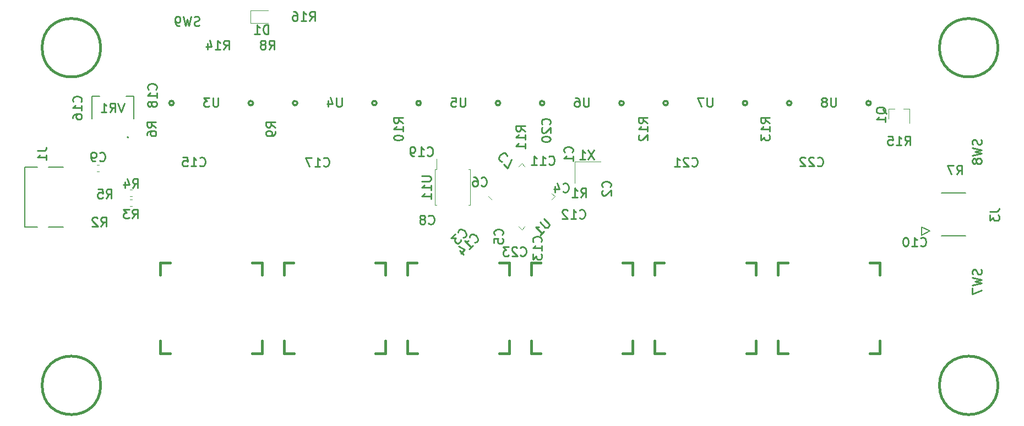
<source format=gbo>
G04 #@! TF.GenerationSoftware,KiCad,Pcbnew,6.0.7-f9a2dced07~116~ubuntu22.04.1*
G04 #@! TF.CreationDate,2022-09-04T10:12:19-07:00*
G04 #@! TF.ProjectId,keypad-base-rp2040,6b657970-6164-42d6-9261-73652d727032,Jun2021*
G04 #@! TF.SameCoordinates,PX55fe290PY71d9820*
G04 #@! TF.FileFunction,Legend,Bot*
G04 #@! TF.FilePolarity,Positive*
%FSLAX46Y46*%
G04 Gerber Fmt 4.6, Leading zero omitted, Abs format (unit mm)*
G04 Created by KiCad (PCBNEW 6.0.7-f9a2dced07~116~ubuntu22.04.1) date 2022-09-04 10:12:19*
%MOMM*%
%LPD*%
G01*
G04 APERTURE LIST*
%ADD10C,0.400000*%
%ADD11C,0.250000*%
%ADD12C,0.381000*%
%ADD13C,0.300000*%
%ADD14C,0.150000*%
%ADD15C,0.120000*%
%ADD16C,0.127000*%
%ADD17C,0.200000*%
%ADD18C,0.152400*%
G04 APERTURE END LIST*
D10*
X11830000Y7480000D02*
G75*
G03*
X11830000Y7480000I-4500000J0D01*
G01*
X149830000Y7480000D02*
G75*
G03*
X149830000Y7480000I-4500000J0D01*
G01*
X149830000Y59480000D02*
G75*
G03*
X149830000Y59480000I-4500000J0D01*
G01*
X11830000Y59480000D02*
G75*
G03*
X11830000Y59480000I-4500000J0D01*
G01*
D11*
G04 #@! TO.C,SW8*
X147221666Y45346667D02*
X147288333Y45146667D01*
X147288333Y44813334D01*
X147221666Y44680000D01*
X147155000Y44613334D01*
X147021666Y44546667D01*
X146888333Y44546667D01*
X146755000Y44613334D01*
X146688333Y44680000D01*
X146621666Y44813334D01*
X146555000Y45080000D01*
X146488333Y45213334D01*
X146421666Y45280000D01*
X146288333Y45346667D01*
X146155000Y45346667D01*
X146021666Y45280000D01*
X145955000Y45213334D01*
X145888333Y45080000D01*
X145888333Y44746667D01*
X145955000Y44546667D01*
X145888333Y44080000D02*
X147288333Y43746667D01*
X146288333Y43480000D01*
X147288333Y43213334D01*
X145888333Y42880000D01*
X146488333Y42146667D02*
X146421666Y42280000D01*
X146355000Y42346667D01*
X146221666Y42413334D01*
X146155000Y42413334D01*
X146021666Y42346667D01*
X145955000Y42280000D01*
X145888333Y42146667D01*
X145888333Y41880000D01*
X145955000Y41746667D01*
X146021666Y41680000D01*
X146155000Y41613334D01*
X146221666Y41613334D01*
X146355000Y41680000D01*
X146421666Y41746667D01*
X146488333Y41880000D01*
X146488333Y42146667D01*
X146555000Y42280000D01*
X146621666Y42346667D01*
X146755000Y42413334D01*
X147021666Y42413334D01*
X147155000Y42346667D01*
X147221666Y42280000D01*
X147288333Y42146667D01*
X147288333Y41880000D01*
X147221666Y41746667D01*
X147155000Y41680000D01*
X147021666Y41613334D01*
X146755000Y41613334D01*
X146621666Y41680000D01*
X146555000Y41746667D01*
X146488333Y41880000D01*
G04 #@! TO.C,SW7*
X147221666Y25346667D02*
X147288333Y25146667D01*
X147288333Y24813334D01*
X147221666Y24680000D01*
X147155000Y24613334D01*
X147021666Y24546667D01*
X146888333Y24546667D01*
X146755000Y24613334D01*
X146688333Y24680000D01*
X146621666Y24813334D01*
X146555000Y25080000D01*
X146488333Y25213334D01*
X146421666Y25280000D01*
X146288333Y25346667D01*
X146155000Y25346667D01*
X146021666Y25280000D01*
X145955000Y25213334D01*
X145888333Y25080000D01*
X145888333Y24746667D01*
X145955000Y24546667D01*
X145888333Y24080000D02*
X147288333Y23746667D01*
X146288333Y23480000D01*
X147288333Y23213334D01*
X145888333Y22880000D01*
X145888333Y22480000D02*
X145888333Y21546667D01*
X147288333Y22146667D01*
G04 #@! TO.C,U3*
X29896666Y51786667D02*
X29896666Y50653334D01*
X29830000Y50520000D01*
X29763333Y50453334D01*
X29630000Y50386667D01*
X29363333Y50386667D01*
X29230000Y50453334D01*
X29163333Y50520000D01*
X29096666Y50653334D01*
X29096666Y51786667D01*
X28563333Y51786667D02*
X27696666Y51786667D01*
X28163333Y51253334D01*
X27963333Y51253334D01*
X27830000Y51186667D01*
X27763333Y51120000D01*
X27696666Y50986667D01*
X27696666Y50653334D01*
X27763333Y50520000D01*
X27830000Y50453334D01*
X27963333Y50386667D01*
X28363333Y50386667D01*
X28496666Y50453334D01*
X28563333Y50520000D01*
G04 #@! TO.C,U4*
X48896666Y51786667D02*
X48896666Y50653334D01*
X48830000Y50520000D01*
X48763333Y50453334D01*
X48630000Y50386667D01*
X48363333Y50386667D01*
X48230000Y50453334D01*
X48163333Y50520000D01*
X48096666Y50653334D01*
X48096666Y51786667D01*
X46830000Y51320000D02*
X46830000Y50386667D01*
X47163333Y51853334D02*
X47496666Y50853334D01*
X46630000Y50853334D01*
G04 #@! TO.C,U5*
X67896666Y51786667D02*
X67896666Y50653334D01*
X67830000Y50520000D01*
X67763333Y50453334D01*
X67630000Y50386667D01*
X67363333Y50386667D01*
X67230000Y50453334D01*
X67163333Y50520000D01*
X67096666Y50653334D01*
X67096666Y51786667D01*
X65763333Y51786667D02*
X66430000Y51786667D01*
X66496666Y51120000D01*
X66430000Y51186667D01*
X66296666Y51253334D01*
X65963333Y51253334D01*
X65830000Y51186667D01*
X65763333Y51120000D01*
X65696666Y50986667D01*
X65696666Y50653334D01*
X65763333Y50520000D01*
X65830000Y50453334D01*
X65963333Y50386667D01*
X66296666Y50386667D01*
X66430000Y50453334D01*
X66496666Y50520000D01*
G04 #@! TO.C,U7*
X105896666Y51786667D02*
X105896666Y50653334D01*
X105830000Y50520000D01*
X105763333Y50453334D01*
X105630000Y50386667D01*
X105363333Y50386667D01*
X105230000Y50453334D01*
X105163333Y50520000D01*
X105096666Y50653334D01*
X105096666Y51786667D01*
X104563333Y51786667D02*
X103630000Y51786667D01*
X104230000Y50386667D01*
G04 #@! TO.C,U8*
X124896666Y51786667D02*
X124896666Y50653334D01*
X124830000Y50520000D01*
X124763333Y50453334D01*
X124630000Y50386667D01*
X124363333Y50386667D01*
X124230000Y50453334D01*
X124163333Y50520000D01*
X124096666Y50653334D01*
X124096666Y51786667D01*
X123230000Y51186667D02*
X123363333Y51253334D01*
X123430000Y51320000D01*
X123496666Y51453334D01*
X123496666Y51520000D01*
X123430000Y51653334D01*
X123363333Y51720000D01*
X123230000Y51786667D01*
X122963333Y51786667D01*
X122830000Y51720000D01*
X122763333Y51653334D01*
X122696666Y51520000D01*
X122696666Y51453334D01*
X122763333Y51320000D01*
X122830000Y51253334D01*
X122963333Y51186667D01*
X123230000Y51186667D01*
X123363333Y51120000D01*
X123430000Y51053334D01*
X123496666Y50920000D01*
X123496666Y50653334D01*
X123430000Y50520000D01*
X123363333Y50453334D01*
X123230000Y50386667D01*
X122963333Y50386667D01*
X122830000Y50453334D01*
X122763333Y50520000D01*
X122696666Y50653334D01*
X122696666Y50920000D01*
X122763333Y51053334D01*
X122830000Y51120000D01*
X122963333Y51186667D01*
G04 #@! TO.C,J1*
X2078133Y43595867D02*
X3078133Y43595867D01*
X3278133Y43662534D01*
X3411466Y43795867D01*
X3478133Y43995867D01*
X3478133Y44129200D01*
X3478133Y42195867D02*
X3478133Y42995867D01*
X3478133Y42595867D02*
X2078133Y42595867D01*
X2278133Y42729200D01*
X2411466Y42862534D01*
X2478133Y42995867D01*
G04 #@! TO.C,U6*
X86896666Y51786667D02*
X86896666Y50653334D01*
X86830000Y50520000D01*
X86763333Y50453334D01*
X86630000Y50386667D01*
X86363333Y50386667D01*
X86230000Y50453334D01*
X86163333Y50520000D01*
X86096666Y50653334D01*
X86096666Y51786667D01*
X84830000Y51786667D02*
X85096666Y51786667D01*
X85230000Y51720000D01*
X85296666Y51653334D01*
X85430000Y51453334D01*
X85496666Y51186667D01*
X85496666Y50653334D01*
X85430000Y50520000D01*
X85363333Y50453334D01*
X85230000Y50386667D01*
X84963333Y50386667D01*
X84830000Y50453334D01*
X84763333Y50520000D01*
X84696666Y50653334D01*
X84696666Y50986667D01*
X84763333Y51120000D01*
X84830000Y51186667D01*
X84963333Y51253334D01*
X85230000Y51253334D01*
X85363333Y51186667D01*
X85430000Y51120000D01*
X85496666Y50986667D01*
G04 #@! TO.C,R9*
X38682533Y47223334D02*
X38015866Y47690000D01*
X38682533Y48023334D02*
X37282533Y48023334D01*
X37282533Y47490000D01*
X37349200Y47356667D01*
X37415866Y47290000D01*
X37549200Y47223334D01*
X37749200Y47223334D01*
X37882533Y47290000D01*
X37949200Y47356667D01*
X38015866Y47490000D01*
X38015866Y48023334D01*
X38682533Y46556667D02*
X38682533Y46290000D01*
X38615866Y46156667D01*
X38549200Y46090000D01*
X38349200Y45956667D01*
X38082533Y45890000D01*
X37549200Y45890000D01*
X37415866Y45956667D01*
X37349200Y46023334D01*
X37282533Y46156667D01*
X37282533Y46423334D01*
X37349200Y46556667D01*
X37415866Y46623334D01*
X37549200Y46690000D01*
X37882533Y46690000D01*
X38015866Y46623334D01*
X38082533Y46556667D01*
X38149200Y46423334D01*
X38149200Y46156667D01*
X38082533Y46023334D01*
X38015866Y45956667D01*
X37882533Y45890000D01*
G04 #@! TO.C,C13*
X79544800Y29551200D02*
X79611466Y29617867D01*
X79678133Y29817867D01*
X79678133Y29951200D01*
X79611466Y30151200D01*
X79478133Y30284534D01*
X79344800Y30351200D01*
X79078133Y30417867D01*
X78878133Y30417867D01*
X78611466Y30351200D01*
X78478133Y30284534D01*
X78344800Y30151200D01*
X78278133Y29951200D01*
X78278133Y29817867D01*
X78344800Y29617867D01*
X78411466Y29551200D01*
X79678133Y28217867D02*
X79678133Y29017867D01*
X79678133Y28617867D02*
X78278133Y28617867D01*
X78478133Y28751200D01*
X78611466Y28884534D01*
X78678133Y29017867D01*
X78278133Y27751200D02*
X78278133Y26884534D01*
X78811466Y27351200D01*
X78811466Y27151200D01*
X78878133Y27017867D01*
X78944800Y26951200D01*
X79078133Y26884534D01*
X79411466Y26884534D01*
X79544800Y26951200D01*
X79611466Y27017867D01*
X79678133Y27151200D01*
X79678133Y27551200D01*
X79611466Y27684534D01*
X79544800Y27751200D01*
G04 #@! TO.C,C14*
X69366749Y29492843D02*
X69461030Y29492843D01*
X69649592Y29587124D01*
X69743873Y29681405D01*
X69838154Y29869967D01*
X69838154Y30058529D01*
X69791013Y30199950D01*
X69649592Y30435652D01*
X69508170Y30577074D01*
X69272468Y30718495D01*
X69131047Y30765635D01*
X68942485Y30765635D01*
X68753923Y30671355D01*
X68659642Y30577074D01*
X68565361Y30388512D01*
X68565361Y30294231D01*
X68518221Y28455753D02*
X69083906Y29021439D01*
X68801064Y28738596D02*
X67811114Y29728545D01*
X68046816Y29681405D01*
X68235378Y29681405D01*
X68376800Y29728545D01*
X67009726Y28267191D02*
X67669693Y27607225D01*
X66868305Y28880017D02*
X67811114Y28408613D01*
X67198288Y27795787D01*
G04 #@! TO.C,R3*
X16692533Y33199467D02*
X17159200Y33866134D01*
X17492533Y33199467D02*
X17492533Y34599467D01*
X16959200Y34599467D01*
X16825866Y34532800D01*
X16759200Y34466134D01*
X16692533Y34332800D01*
X16692533Y34132800D01*
X16759200Y33999467D01*
X16825866Y33932800D01*
X16959200Y33866134D01*
X17492533Y33866134D01*
X16225866Y34599467D02*
X15359200Y34599467D01*
X15825866Y34066134D01*
X15625866Y34066134D01*
X15492533Y33999467D01*
X15425866Y33932800D01*
X15359200Y33799467D01*
X15359200Y33466134D01*
X15425866Y33332800D01*
X15492533Y33266134D01*
X15625866Y33199467D01*
X16025866Y33199467D01*
X16159200Y33266134D01*
X16225866Y33332800D01*
G04 #@! TO.C,C8*
X62260133Y32418400D02*
X62326800Y32351734D01*
X62526800Y32285067D01*
X62660133Y32285067D01*
X62860133Y32351734D01*
X62993466Y32485067D01*
X63060133Y32618400D01*
X63126800Y32885067D01*
X63126800Y33085067D01*
X63060133Y33351734D01*
X62993466Y33485067D01*
X62860133Y33618400D01*
X62660133Y33685067D01*
X62526800Y33685067D01*
X62326800Y33618400D01*
X62260133Y33551734D01*
X61460133Y33085067D02*
X61593466Y33151734D01*
X61660133Y33218400D01*
X61726800Y33351734D01*
X61726800Y33418400D01*
X61660133Y33551734D01*
X61593466Y33618400D01*
X61460133Y33685067D01*
X61193466Y33685067D01*
X61060133Y33618400D01*
X60993466Y33551734D01*
X60926800Y33418400D01*
X60926800Y33351734D01*
X60993466Y33218400D01*
X61060133Y33151734D01*
X61193466Y33085067D01*
X61460133Y33085067D01*
X61593466Y33018400D01*
X61660133Y32951734D01*
X61726800Y32818400D01*
X61726800Y32551734D01*
X61660133Y32418400D01*
X61593466Y32351734D01*
X61460133Y32285067D01*
X61193466Y32285067D01*
X61060133Y32351734D01*
X60993466Y32418400D01*
X60926800Y32551734D01*
X60926800Y32818400D01*
X60993466Y32951734D01*
X61060133Y33018400D01*
X61193466Y33085067D01*
G04 #@! TO.C,R4*
X16743333Y37880667D02*
X17210000Y38547334D01*
X17543333Y37880667D02*
X17543333Y39280667D01*
X17010000Y39280667D01*
X16876666Y39214000D01*
X16810000Y39147334D01*
X16743333Y39014000D01*
X16743333Y38814000D01*
X16810000Y38680667D01*
X16876666Y38614000D01*
X17010000Y38547334D01*
X17543333Y38547334D01*
X15543333Y38814000D02*
X15543333Y37880667D01*
X15876666Y39347334D02*
X16210000Y38347334D01*
X15343333Y38347334D01*
G04 #@! TO.C,C21*
X102754000Y41308400D02*
X102820666Y41241734D01*
X103020666Y41175067D01*
X103154000Y41175067D01*
X103354000Y41241734D01*
X103487333Y41375067D01*
X103554000Y41508400D01*
X103620666Y41775067D01*
X103620666Y41975067D01*
X103554000Y42241734D01*
X103487333Y42375067D01*
X103354000Y42508400D01*
X103154000Y42575067D01*
X103020666Y42575067D01*
X102820666Y42508400D01*
X102754000Y42441734D01*
X102220666Y42441734D02*
X102154000Y42508400D01*
X102020666Y42575067D01*
X101687333Y42575067D01*
X101554000Y42508400D01*
X101487333Y42441734D01*
X101420666Y42308400D01*
X101420666Y42175067D01*
X101487333Y41975067D01*
X102287333Y41175067D01*
X101420666Y41175067D01*
X100087333Y41175067D02*
X100887333Y41175067D01*
X100487333Y41175067D02*
X100487333Y42575067D01*
X100620666Y42375067D01*
X100754000Y42241734D01*
X100887333Y42175067D01*
G04 #@! TO.C,R12*
X95934133Y47890000D02*
X95267466Y48356667D01*
X95934133Y48690000D02*
X94534133Y48690000D01*
X94534133Y48156667D01*
X94600800Y48023334D01*
X94667466Y47956667D01*
X94800800Y47890000D01*
X95000800Y47890000D01*
X95134133Y47956667D01*
X95200800Y48023334D01*
X95267466Y48156667D01*
X95267466Y48690000D01*
X95934133Y46556667D02*
X95934133Y47356667D01*
X95934133Y46956667D02*
X94534133Y46956667D01*
X94734133Y47090000D01*
X94867466Y47223334D01*
X94934133Y47356667D01*
X94667466Y46023334D02*
X94600800Y45956667D01*
X94534133Y45823334D01*
X94534133Y45490000D01*
X94600800Y45356667D01*
X94667466Y45290000D01*
X94800800Y45223334D01*
X94934133Y45223334D01*
X95134133Y45290000D01*
X95934133Y46090000D01*
X95934133Y45223334D01*
G04 #@! TO.C,C19*
X62063200Y42934000D02*
X62129866Y42867334D01*
X62329866Y42800667D01*
X62463200Y42800667D01*
X62663200Y42867334D01*
X62796533Y43000667D01*
X62863200Y43134000D01*
X62929866Y43400667D01*
X62929866Y43600667D01*
X62863200Y43867334D01*
X62796533Y44000667D01*
X62663200Y44134000D01*
X62463200Y44200667D01*
X62329866Y44200667D01*
X62129866Y44134000D01*
X62063200Y44067334D01*
X60729866Y42800667D02*
X61529866Y42800667D01*
X61129866Y42800667D02*
X61129866Y44200667D01*
X61263200Y44000667D01*
X61396533Y43867334D01*
X61529866Y43800667D01*
X60063200Y42800667D02*
X59796533Y42800667D01*
X59663200Y42867334D01*
X59596533Y42934000D01*
X59463200Y43134000D01*
X59396533Y43400667D01*
X59396533Y43934000D01*
X59463200Y44067334D01*
X59529866Y44134000D01*
X59663200Y44200667D01*
X59929866Y44200667D01*
X60063200Y44134000D01*
X60129866Y44067334D01*
X60196533Y43934000D01*
X60196533Y43600667D01*
X60129866Y43467334D01*
X60063200Y43400667D01*
X59929866Y43334000D01*
X59663200Y43334000D01*
X59529866Y43400667D01*
X59463200Y43467334D01*
X59396533Y43600667D01*
G04 #@! TO.C,C17*
X46112000Y41308400D02*
X46178666Y41241734D01*
X46378666Y41175067D01*
X46512000Y41175067D01*
X46712000Y41241734D01*
X46845333Y41375067D01*
X46912000Y41508400D01*
X46978666Y41775067D01*
X46978666Y41975067D01*
X46912000Y42241734D01*
X46845333Y42375067D01*
X46712000Y42508400D01*
X46512000Y42575067D01*
X46378666Y42575067D01*
X46178666Y42508400D01*
X46112000Y42441734D01*
X44778666Y41175067D02*
X45578666Y41175067D01*
X45178666Y41175067D02*
X45178666Y42575067D01*
X45312000Y42375067D01*
X45445333Y42241734D01*
X45578666Y42175067D01*
X44312000Y42575067D02*
X43378666Y42575067D01*
X43978666Y41175067D01*
G04 #@! TO.C,C12*
X85482000Y33282000D02*
X85548666Y33215334D01*
X85748666Y33148667D01*
X85882000Y33148667D01*
X86082000Y33215334D01*
X86215333Y33348667D01*
X86282000Y33482000D01*
X86348666Y33748667D01*
X86348666Y33948667D01*
X86282000Y34215334D01*
X86215333Y34348667D01*
X86082000Y34482000D01*
X85882000Y34548667D01*
X85748666Y34548667D01*
X85548666Y34482000D01*
X85482000Y34415334D01*
X84148666Y33148667D02*
X84948666Y33148667D01*
X84548666Y33148667D02*
X84548666Y34548667D01*
X84682000Y34348667D01*
X84815333Y34215334D01*
X84948666Y34148667D01*
X83615333Y34415334D02*
X83548666Y34482000D01*
X83415333Y34548667D01*
X83082000Y34548667D01*
X82948666Y34482000D01*
X82882000Y34415334D01*
X82815333Y34282000D01*
X82815333Y34148667D01*
X82882000Y33948667D01*
X83682000Y33148667D01*
X82815333Y33148667D01*
G04 #@! TO.C,C1*
X84320000Y43362534D02*
X84386666Y43429200D01*
X84453333Y43629200D01*
X84453333Y43762534D01*
X84386666Y43962534D01*
X84253333Y44095867D01*
X84120000Y44162534D01*
X83853333Y44229200D01*
X83653333Y44229200D01*
X83386666Y44162534D01*
X83253333Y44095867D01*
X83120000Y43962534D01*
X83053333Y43762534D01*
X83053333Y43629200D01*
X83120000Y43429200D01*
X83186666Y43362534D01*
X84453333Y42029200D02*
X84453333Y42829200D01*
X84453333Y42429200D02*
X83053333Y42429200D01*
X83253333Y42562534D01*
X83386666Y42695867D01*
X83453333Y42829200D01*
G04 #@! TO.C,X1*
X87747333Y43692667D02*
X86814000Y42292667D01*
X86814000Y43692667D02*
X87747333Y42292667D01*
X85547333Y42292667D02*
X86347333Y42292667D01*
X85947333Y42292667D02*
X85947333Y43692667D01*
X86080666Y43492667D01*
X86214000Y43359334D01*
X86347333Y43292667D01*
G04 #@! TO.C,R16*
X43978400Y63628667D02*
X44445066Y64295334D01*
X44778400Y63628667D02*
X44778400Y65028667D01*
X44245066Y65028667D01*
X44111733Y64962000D01*
X44045066Y64895334D01*
X43978400Y64762000D01*
X43978400Y64562000D01*
X44045066Y64428667D01*
X44111733Y64362000D01*
X44245066Y64295334D01*
X44778400Y64295334D01*
X42645066Y63628667D02*
X43445066Y63628667D01*
X43045066Y63628667D02*
X43045066Y65028667D01*
X43178400Y64828667D01*
X43311733Y64695334D01*
X43445066Y64628667D01*
X41445066Y65028667D02*
X41711733Y65028667D01*
X41845066Y64962000D01*
X41911733Y64895334D01*
X42045066Y64695334D01*
X42111733Y64428667D01*
X42111733Y63895334D01*
X42045066Y63762000D01*
X41978400Y63695334D01*
X41845066Y63628667D01*
X41578400Y63628667D01*
X41445066Y63695334D01*
X41378400Y63762000D01*
X41311733Y63895334D01*
X41311733Y64228667D01*
X41378400Y64362000D01*
X41445066Y64428667D01*
X41578400Y64495334D01*
X41845066Y64495334D01*
X41978400Y64428667D01*
X42045066Y64362000D01*
X42111733Y64228667D01*
G04 #@! TO.C,C20*
X80891000Y47686800D02*
X80957666Y47753467D01*
X81024333Y47953467D01*
X81024333Y48086800D01*
X80957666Y48286800D01*
X80824333Y48420134D01*
X80691000Y48486800D01*
X80424333Y48553467D01*
X80224333Y48553467D01*
X79957666Y48486800D01*
X79824333Y48420134D01*
X79691000Y48286800D01*
X79624333Y48086800D01*
X79624333Y47953467D01*
X79691000Y47753467D01*
X79757666Y47686800D01*
X79757666Y47153467D02*
X79691000Y47086800D01*
X79624333Y46953467D01*
X79624333Y46620134D01*
X79691000Y46486800D01*
X79757666Y46420134D01*
X79891000Y46353467D01*
X80024333Y46353467D01*
X80224333Y46420134D01*
X81024333Y47220134D01*
X81024333Y46353467D01*
X79624333Y45486800D02*
X79624333Y45353467D01*
X79691000Y45220134D01*
X79757666Y45153467D01*
X79891000Y45086800D01*
X80157666Y45020134D01*
X80491000Y45020134D01*
X80757666Y45086800D01*
X80891000Y45153467D01*
X80957666Y45220134D01*
X81024333Y45353467D01*
X81024333Y45486800D01*
X80957666Y45620134D01*
X80891000Y45686800D01*
X80757666Y45753467D01*
X80491000Y45820134D01*
X80157666Y45820134D01*
X79891000Y45753467D01*
X79757666Y45686800D01*
X79691000Y45620134D01*
X79624333Y45486800D01*
G04 #@! TO.C,C6*
X70337333Y38262000D02*
X70404000Y38195334D01*
X70604000Y38128667D01*
X70737333Y38128667D01*
X70937333Y38195334D01*
X71070666Y38328667D01*
X71137333Y38462000D01*
X71204000Y38728667D01*
X71204000Y38928667D01*
X71137333Y39195334D01*
X71070666Y39328667D01*
X70937333Y39462000D01*
X70737333Y39528667D01*
X70604000Y39528667D01*
X70404000Y39462000D01*
X70337333Y39395334D01*
X69137333Y39528667D02*
X69404000Y39528667D01*
X69537333Y39462000D01*
X69604000Y39395334D01*
X69737333Y39195334D01*
X69804000Y38928667D01*
X69804000Y38395334D01*
X69737333Y38262000D01*
X69670666Y38195334D01*
X69537333Y38128667D01*
X69270666Y38128667D01*
X69137333Y38195334D01*
X69070666Y38262000D01*
X69004000Y38395334D01*
X69004000Y38728667D01*
X69070666Y38862000D01*
X69137333Y38928667D01*
X69270666Y38995334D01*
X69537333Y38995334D01*
X69670666Y38928667D01*
X69737333Y38862000D01*
X69804000Y38728667D01*
G04 #@! TO.C,R7*
X143489333Y39955867D02*
X143956000Y40622534D01*
X144289333Y39955867D02*
X144289333Y41355867D01*
X143756000Y41355867D01*
X143622666Y41289200D01*
X143556000Y41222534D01*
X143489333Y41089200D01*
X143489333Y40889200D01*
X143556000Y40755867D01*
X143622666Y40689200D01*
X143756000Y40622534D01*
X144289333Y40622534D01*
X143022666Y41355867D02*
X142089333Y41355867D01*
X142689333Y39955867D01*
G04 #@! TO.C,R15*
X135520000Y44477067D02*
X135986666Y45143734D01*
X136320000Y44477067D02*
X136320000Y45877067D01*
X135786666Y45877067D01*
X135653333Y45810400D01*
X135586666Y45743734D01*
X135520000Y45610400D01*
X135520000Y45410400D01*
X135586666Y45277067D01*
X135653333Y45210400D01*
X135786666Y45143734D01*
X136320000Y45143734D01*
X134186666Y44477067D02*
X134986666Y44477067D01*
X134586666Y44477067D02*
X134586666Y45877067D01*
X134720000Y45677067D01*
X134853333Y45543734D01*
X134986666Y45477067D01*
X132920000Y45877067D02*
X133586666Y45877067D01*
X133653333Y45210400D01*
X133586666Y45277067D01*
X133453333Y45343734D01*
X133120000Y45343734D01*
X132986666Y45277067D01*
X132920000Y45210400D01*
X132853333Y45077067D01*
X132853333Y44743734D01*
X132920000Y44610400D01*
X132986666Y44543734D01*
X133120000Y44477067D01*
X133453333Y44477067D01*
X133586666Y44543734D01*
X133653333Y44610400D01*
G04 #@! TO.C,C10*
X137907600Y29014800D02*
X137974266Y28948134D01*
X138174266Y28881467D01*
X138307600Y28881467D01*
X138507600Y28948134D01*
X138640933Y29081467D01*
X138707600Y29214800D01*
X138774266Y29481467D01*
X138774266Y29681467D01*
X138707600Y29948134D01*
X138640933Y30081467D01*
X138507600Y30214800D01*
X138307600Y30281467D01*
X138174266Y30281467D01*
X137974266Y30214800D01*
X137907600Y30148134D01*
X136574266Y28881467D02*
X137374266Y28881467D01*
X136974266Y28881467D02*
X136974266Y30281467D01*
X137107600Y30081467D01*
X137240933Y29948134D01*
X137374266Y29881467D01*
X135707600Y30281467D02*
X135574266Y30281467D01*
X135440933Y30214800D01*
X135374266Y30148134D01*
X135307600Y30014800D01*
X135240933Y29748134D01*
X135240933Y29414800D01*
X135307600Y29148134D01*
X135374266Y29014800D01*
X135440933Y28948134D01*
X135574266Y28881467D01*
X135707600Y28881467D01*
X135840933Y28948134D01*
X135907600Y29014800D01*
X135974266Y29148134D01*
X136040933Y29414800D01*
X136040933Y29748134D01*
X135974266Y30014800D01*
X135907600Y30148134D01*
X135840933Y30214800D01*
X135707600Y30281467D01*
G04 #@! TO.C,VR1*
X15447733Y50957067D02*
X14981066Y49557067D01*
X14514400Y50957067D01*
X13247733Y49557067D02*
X13714400Y50223734D01*
X14047733Y49557067D02*
X14047733Y50957067D01*
X13514400Y50957067D01*
X13381066Y50890400D01*
X13314400Y50823734D01*
X13247733Y50690400D01*
X13247733Y50490400D01*
X13314400Y50357067D01*
X13381066Y50290400D01*
X13514400Y50223734D01*
X14047733Y50223734D01*
X11914400Y49557067D02*
X12714400Y49557067D01*
X12314400Y49557067D02*
X12314400Y50957067D01*
X12447733Y50757067D01*
X12581066Y50623734D01*
X12714400Y50557067D01*
G04 #@! TO.C,C18*
X20312000Y53071600D02*
X20378666Y53138267D01*
X20445333Y53338267D01*
X20445333Y53471600D01*
X20378666Y53671600D01*
X20245333Y53804934D01*
X20112000Y53871600D01*
X19845333Y53938267D01*
X19645333Y53938267D01*
X19378666Y53871600D01*
X19245333Y53804934D01*
X19112000Y53671600D01*
X19045333Y53471600D01*
X19045333Y53338267D01*
X19112000Y53138267D01*
X19178666Y53071600D01*
X20445333Y51738267D02*
X20445333Y52538267D01*
X20445333Y52138267D02*
X19045333Y52138267D01*
X19245333Y52271600D01*
X19378666Y52404934D01*
X19445333Y52538267D01*
X19645333Y50938267D02*
X19578666Y51071600D01*
X19512000Y51138267D01*
X19378666Y51204934D01*
X19312000Y51204934D01*
X19178666Y51138267D01*
X19112000Y51071600D01*
X19045333Y50938267D01*
X19045333Y50671600D01*
X19112000Y50538267D01*
X19178666Y50471600D01*
X19312000Y50404934D01*
X19378666Y50404934D01*
X19512000Y50471600D01*
X19578666Y50538267D01*
X19645333Y50671600D01*
X19645333Y50938267D01*
X19712000Y51071600D01*
X19778666Y51138267D01*
X19912000Y51204934D01*
X20178666Y51204934D01*
X20312000Y51138267D01*
X20378666Y51071600D01*
X20445333Y50938267D01*
X20445333Y50671600D01*
X20378666Y50538267D01*
X20312000Y50471600D01*
X20178666Y50404934D01*
X19912000Y50404934D01*
X19778666Y50471600D01*
X19712000Y50538267D01*
X19645333Y50671600D01*
G04 #@! TO.C,C7*
X74356561Y42784145D02*
X74356561Y42878426D01*
X74262280Y43066988D01*
X74168000Y43161269D01*
X73979438Y43255550D01*
X73790876Y43255550D01*
X73649455Y43208410D01*
X73413752Y43066988D01*
X73272331Y42925567D01*
X73130910Y42689865D01*
X73083769Y42548443D01*
X73083769Y42359881D01*
X73178050Y42171320D01*
X73272331Y42077039D01*
X73460893Y41982758D01*
X73555174Y41982758D01*
X73790876Y41558494D02*
X74450842Y40898527D01*
X75016528Y42312741D01*
G04 #@! TO.C,R13*
X114730133Y47890000D02*
X114063466Y48356667D01*
X114730133Y48690000D02*
X113330133Y48690000D01*
X113330133Y48156667D01*
X113396800Y48023334D01*
X113463466Y47956667D01*
X113596800Y47890000D01*
X113796800Y47890000D01*
X113930133Y47956667D01*
X113996800Y48023334D01*
X114063466Y48156667D01*
X114063466Y48690000D01*
X114730133Y46556667D02*
X114730133Y47356667D01*
X114730133Y46956667D02*
X113330133Y46956667D01*
X113530133Y47090000D01*
X113663466Y47223334D01*
X113730133Y47356667D01*
X113330133Y46090000D02*
X113330133Y45223334D01*
X113863466Y45690000D01*
X113863466Y45490000D01*
X113930133Y45356667D01*
X113996800Y45290000D01*
X114130133Y45223334D01*
X114463466Y45223334D01*
X114596800Y45290000D01*
X114663466Y45356667D01*
X114730133Y45490000D01*
X114730133Y45890000D01*
X114663466Y46023334D01*
X114596800Y46090000D01*
G04 #@! TO.C,J3*
X148585333Y34248667D02*
X149585333Y34248667D01*
X149785333Y34315334D01*
X149918666Y34448667D01*
X149985333Y34648667D01*
X149985333Y34782000D01*
X148585333Y33715334D02*
X148585333Y32848667D01*
X149118666Y33315334D01*
X149118666Y33115334D01*
X149185333Y32982000D01*
X149252000Y32915334D01*
X149385333Y32848667D01*
X149718666Y32848667D01*
X149852000Y32915334D01*
X149918666Y32982000D01*
X149985333Y33115334D01*
X149985333Y33515334D01*
X149918666Y33648667D01*
X149852000Y33715334D01*
G04 #@! TO.C,R2*
X11866533Y31980267D02*
X12333200Y32646934D01*
X12666533Y31980267D02*
X12666533Y33380267D01*
X12133200Y33380267D01*
X11999866Y33313600D01*
X11933200Y33246934D01*
X11866533Y33113600D01*
X11866533Y32913600D01*
X11933200Y32780267D01*
X11999866Y32713600D01*
X12133200Y32646934D01*
X12666533Y32646934D01*
X11333200Y33246934D02*
X11266533Y33313600D01*
X11133200Y33380267D01*
X10799866Y33380267D01*
X10666533Y33313600D01*
X10599866Y33246934D01*
X10533200Y33113600D01*
X10533200Y32980267D01*
X10599866Y32780267D01*
X11399866Y31980267D01*
X10533200Y31980267D01*
G04 #@! TO.C,R10*
X58291333Y47890000D02*
X57624666Y48356667D01*
X58291333Y48690000D02*
X56891333Y48690000D01*
X56891333Y48156667D01*
X56958000Y48023334D01*
X57024666Y47956667D01*
X57158000Y47890000D01*
X57358000Y47890000D01*
X57491333Y47956667D01*
X57558000Y48023334D01*
X57624666Y48156667D01*
X57624666Y48690000D01*
X58291333Y46556667D02*
X58291333Y47356667D01*
X58291333Y46956667D02*
X56891333Y46956667D01*
X57091333Y47090000D01*
X57224666Y47223334D01*
X57291333Y47356667D01*
X56891333Y45690000D02*
X56891333Y45556667D01*
X56958000Y45423334D01*
X57024666Y45356667D01*
X57158000Y45290000D01*
X57424666Y45223334D01*
X57758000Y45223334D01*
X58024666Y45290000D01*
X58158000Y45356667D01*
X58224666Y45423334D01*
X58291333Y45556667D01*
X58291333Y45690000D01*
X58224666Y45823334D01*
X58158000Y45890000D01*
X58024666Y45956667D01*
X57758000Y46023334D01*
X57424666Y46023334D01*
X57158000Y45956667D01*
X57024666Y45890000D01*
X56958000Y45823334D01*
X56891333Y45690000D01*
G04 #@! TO.C,C9*
X11663333Y42121200D02*
X11730000Y42054534D01*
X11930000Y41987867D01*
X12063333Y41987867D01*
X12263333Y42054534D01*
X12396666Y42187867D01*
X12463333Y42321200D01*
X12530000Y42587867D01*
X12530000Y42787867D01*
X12463333Y43054534D01*
X12396666Y43187867D01*
X12263333Y43321200D01*
X12063333Y43387867D01*
X11930000Y43387867D01*
X11730000Y43321200D01*
X11663333Y43254534D01*
X10996666Y41987867D02*
X10730000Y41987867D01*
X10596666Y42054534D01*
X10530000Y42121200D01*
X10396666Y42321200D01*
X10330000Y42587867D01*
X10330000Y43121200D01*
X10396666Y43254534D01*
X10463333Y43321200D01*
X10596666Y43387867D01*
X10863333Y43387867D01*
X10996666Y43321200D01*
X11063333Y43254534D01*
X11130000Y43121200D01*
X11130000Y42787867D01*
X11063333Y42654534D01*
X10996666Y42587867D01*
X10863333Y42521200D01*
X10596666Y42521200D01*
X10463333Y42587867D01*
X10396666Y42654534D01*
X10330000Y42787867D01*
G04 #@! TO.C,D1*
X37609333Y61596667D02*
X37609333Y62996667D01*
X37276000Y62996667D01*
X37076000Y62930000D01*
X36942666Y62796667D01*
X36876000Y62663334D01*
X36809333Y62396667D01*
X36809333Y62196667D01*
X36876000Y61930000D01*
X36942666Y61796667D01*
X37076000Y61663334D01*
X37276000Y61596667D01*
X37609333Y61596667D01*
X35476000Y61596667D02*
X36276000Y61596667D01*
X35876000Y61596667D02*
X35876000Y62996667D01*
X36009333Y62796667D01*
X36142666Y62663334D01*
X36276000Y62596667D01*
G04 #@! TO.C,C11*
X80757600Y41562400D02*
X80824266Y41495734D01*
X81024266Y41429067D01*
X81157600Y41429067D01*
X81357600Y41495734D01*
X81490933Y41629067D01*
X81557600Y41762400D01*
X81624266Y42029067D01*
X81624266Y42229067D01*
X81557600Y42495734D01*
X81490933Y42629067D01*
X81357600Y42762400D01*
X81157600Y42829067D01*
X81024266Y42829067D01*
X80824266Y42762400D01*
X80757600Y42695734D01*
X79424266Y41429067D02*
X80224266Y41429067D01*
X79824266Y41429067D02*
X79824266Y42829067D01*
X79957600Y42629067D01*
X80090933Y42495734D01*
X80224266Y42429067D01*
X78090933Y41429067D02*
X78890933Y41429067D01*
X78490933Y41429067D02*
X78490933Y42829067D01*
X78624266Y42629067D01*
X78757600Y42495734D01*
X78890933Y42429067D01*
G04 #@! TO.C,C3*
X67574544Y30240639D02*
X67668825Y30240639D01*
X67857387Y30334920D01*
X67951668Y30429201D01*
X68045949Y30617762D01*
X68045949Y30806324D01*
X67998809Y30947745D01*
X67857387Y31183448D01*
X67715966Y31324869D01*
X67480264Y31466290D01*
X67338842Y31513431D01*
X67150280Y31513431D01*
X66961719Y31419150D01*
X66867438Y31324869D01*
X66773157Y31136307D01*
X66773157Y31042026D01*
X66348893Y30806324D02*
X65736067Y30193498D01*
X66443174Y30146358D01*
X66301752Y30004936D01*
X66254612Y29863515D01*
X66254612Y29769234D01*
X66301752Y29627813D01*
X66537455Y29392111D01*
X66678876Y29344970D01*
X66773157Y29344970D01*
X66914578Y29392111D01*
X67197421Y29674953D01*
X67244561Y29816375D01*
X67244561Y29910656D01*
G04 #@! TO.C,C5*
X73601200Y30662534D02*
X73667866Y30729200D01*
X73734533Y30929200D01*
X73734533Y31062534D01*
X73667866Y31262534D01*
X73534533Y31395867D01*
X73401200Y31462534D01*
X73134533Y31529200D01*
X72934533Y31529200D01*
X72667866Y31462534D01*
X72534533Y31395867D01*
X72401200Y31262534D01*
X72334533Y31062534D01*
X72334533Y30929200D01*
X72401200Y30729200D01*
X72467866Y30662534D01*
X72334533Y29395867D02*
X72334533Y30062534D01*
X73001200Y30129200D01*
X72934533Y30062534D01*
X72867866Y29929200D01*
X72867866Y29595867D01*
X72934533Y29462534D01*
X73001200Y29395867D01*
X73134533Y29329200D01*
X73467866Y29329200D01*
X73601200Y29395867D01*
X73667866Y29462534D01*
X73734533Y29595867D01*
X73734533Y29929200D01*
X73667866Y30062534D01*
X73601200Y30129200D01*
G04 #@! TO.C,R14*
X30770400Y59209067D02*
X31237066Y59875734D01*
X31570400Y59209067D02*
X31570400Y60609067D01*
X31037066Y60609067D01*
X30903733Y60542400D01*
X30837066Y60475734D01*
X30770400Y60342400D01*
X30770400Y60142400D01*
X30837066Y60009067D01*
X30903733Y59942400D01*
X31037066Y59875734D01*
X31570400Y59875734D01*
X29437066Y59209067D02*
X30237066Y59209067D01*
X29837066Y59209067D02*
X29837066Y60609067D01*
X29970400Y60409067D01*
X30103733Y60275734D01*
X30237066Y60209067D01*
X28237066Y60142400D02*
X28237066Y59209067D01*
X28570400Y60675734D02*
X28903733Y59675734D01*
X28037066Y59675734D01*
G04 #@! TO.C,SW9*
X27012666Y62933334D02*
X26812666Y62866667D01*
X26479333Y62866667D01*
X26346000Y62933334D01*
X26279333Y63000000D01*
X26212666Y63133334D01*
X26212666Y63266667D01*
X26279333Y63400000D01*
X26346000Y63466667D01*
X26479333Y63533334D01*
X26746000Y63600000D01*
X26879333Y63666667D01*
X26946000Y63733334D01*
X27012666Y63866667D01*
X27012666Y64000000D01*
X26946000Y64133334D01*
X26879333Y64200000D01*
X26746000Y64266667D01*
X26412666Y64266667D01*
X26212666Y64200000D01*
X25746000Y64266667D02*
X25412666Y62866667D01*
X25146000Y63866667D01*
X24879333Y62866667D01*
X24546000Y64266667D01*
X23946000Y62866667D02*
X23679333Y62866667D01*
X23546000Y62933334D01*
X23479333Y63000000D01*
X23346000Y63200000D01*
X23279333Y63466667D01*
X23279333Y64000000D01*
X23346000Y64133334D01*
X23412666Y64200000D01*
X23546000Y64266667D01*
X23812666Y64266667D01*
X23946000Y64200000D01*
X24012666Y64133334D01*
X24079333Y64000000D01*
X24079333Y63666667D01*
X24012666Y63533334D01*
X23946000Y63466667D01*
X23812666Y63400000D01*
X23546000Y63400000D01*
X23412666Y63466667D01*
X23346000Y63533334D01*
X23279333Y63666667D01*
G04 #@! TO.C,C15*
X27062000Y41359200D02*
X27128666Y41292534D01*
X27328666Y41225867D01*
X27462000Y41225867D01*
X27662000Y41292534D01*
X27795333Y41425867D01*
X27862000Y41559200D01*
X27928666Y41825867D01*
X27928666Y42025867D01*
X27862000Y42292534D01*
X27795333Y42425867D01*
X27662000Y42559200D01*
X27462000Y42625867D01*
X27328666Y42625867D01*
X27128666Y42559200D01*
X27062000Y42492534D01*
X25728666Y41225867D02*
X26528666Y41225867D01*
X26128666Y41225867D02*
X26128666Y42625867D01*
X26262000Y42425867D01*
X26395333Y42292534D01*
X26528666Y42225867D01*
X24462000Y42625867D02*
X25128666Y42625867D01*
X25195333Y41959200D01*
X25128666Y42025867D01*
X24995333Y42092534D01*
X24662000Y42092534D01*
X24528666Y42025867D01*
X24462000Y41959200D01*
X24395333Y41825867D01*
X24395333Y41492534D01*
X24462000Y41359200D01*
X24528666Y41292534D01*
X24662000Y41225867D01*
X24995333Y41225867D01*
X25128666Y41292534D01*
X25195333Y41359200D01*
G04 #@! TO.C,R5*
X12679333Y36298267D02*
X13146000Y36964934D01*
X13479333Y36298267D02*
X13479333Y37698267D01*
X12946000Y37698267D01*
X12812666Y37631600D01*
X12746000Y37564934D01*
X12679333Y37431600D01*
X12679333Y37231600D01*
X12746000Y37098267D01*
X12812666Y37031600D01*
X12946000Y36964934D01*
X13479333Y36964934D01*
X11412666Y37698267D02*
X12079333Y37698267D01*
X12146000Y37031600D01*
X12079333Y37098267D01*
X11946000Y37164934D01*
X11612666Y37164934D01*
X11479333Y37098267D01*
X11412666Y37031600D01*
X11346000Y36898267D01*
X11346000Y36564934D01*
X11412666Y36431600D01*
X11479333Y36364934D01*
X11612666Y36298267D01*
X11946000Y36298267D01*
X12079333Y36364934D01*
X12146000Y36431600D01*
G04 #@! TO.C,R11*
X77087333Y46620000D02*
X76420666Y47086667D01*
X77087333Y47420000D02*
X75687333Y47420000D01*
X75687333Y46886667D01*
X75754000Y46753334D01*
X75820666Y46686667D01*
X75954000Y46620000D01*
X76154000Y46620000D01*
X76287333Y46686667D01*
X76354000Y46753334D01*
X76420666Y46886667D01*
X76420666Y47420000D01*
X77087333Y45286667D02*
X77087333Y46086667D01*
X77087333Y45686667D02*
X75687333Y45686667D01*
X75887333Y45820000D01*
X76020666Y45953334D01*
X76087333Y46086667D01*
X77087333Y43953334D02*
X77087333Y44753334D01*
X77087333Y44353334D02*
X75687333Y44353334D01*
X75887333Y44486667D01*
X76020666Y44620000D01*
X76087333Y44753334D01*
G04 #@! TO.C,C4*
X82935733Y37346000D02*
X83002400Y37279334D01*
X83202400Y37212667D01*
X83335733Y37212667D01*
X83535733Y37279334D01*
X83669066Y37412667D01*
X83735733Y37546000D01*
X83802400Y37812667D01*
X83802400Y38012667D01*
X83735733Y38279334D01*
X83669066Y38412667D01*
X83535733Y38546000D01*
X83335733Y38612667D01*
X83202400Y38612667D01*
X83002400Y38546000D01*
X82935733Y38479334D01*
X81735733Y38146000D02*
X81735733Y37212667D01*
X82069066Y38679334D02*
X82402400Y37679334D01*
X81535733Y37679334D01*
G04 #@! TO.C,C16*
X8780400Y51141200D02*
X8847066Y51207867D01*
X8913733Y51407867D01*
X8913733Y51541200D01*
X8847066Y51741200D01*
X8713733Y51874534D01*
X8580400Y51941200D01*
X8313733Y52007867D01*
X8113733Y52007867D01*
X7847066Y51941200D01*
X7713733Y51874534D01*
X7580400Y51741200D01*
X7513733Y51541200D01*
X7513733Y51407867D01*
X7580400Y51207867D01*
X7647066Y51141200D01*
X8913733Y49807867D02*
X8913733Y50607867D01*
X8913733Y50207867D02*
X7513733Y50207867D01*
X7713733Y50341200D01*
X7847066Y50474534D01*
X7913733Y50607867D01*
X7513733Y48607867D02*
X7513733Y48874534D01*
X7580400Y49007867D01*
X7647066Y49074534D01*
X7847066Y49207867D01*
X8113733Y49274534D01*
X8647066Y49274534D01*
X8780400Y49207867D01*
X8847066Y49141200D01*
X8913733Y49007867D01*
X8913733Y48741200D01*
X8847066Y48607867D01*
X8780400Y48541200D01*
X8647066Y48474534D01*
X8313733Y48474534D01*
X8180400Y48541200D01*
X8113733Y48607867D01*
X8047066Y48741200D01*
X8047066Y49007867D01*
X8113733Y49141200D01*
X8180400Y49207867D01*
X8313733Y49274534D01*
G04 #@! TO.C,R6*
X20343733Y47223334D02*
X19677066Y47690000D01*
X20343733Y48023334D02*
X18943733Y48023334D01*
X18943733Y47490000D01*
X19010400Y47356667D01*
X19077066Y47290000D01*
X19210400Y47223334D01*
X19410400Y47223334D01*
X19543733Y47290000D01*
X19610400Y47356667D01*
X19677066Y47490000D01*
X19677066Y48023334D01*
X18943733Y46023334D02*
X18943733Y46290000D01*
X19010400Y46423334D01*
X19077066Y46490000D01*
X19277066Y46623334D01*
X19543733Y46690000D01*
X20077066Y46690000D01*
X20210400Y46623334D01*
X20277066Y46556667D01*
X20343733Y46423334D01*
X20343733Y46156667D01*
X20277066Y46023334D01*
X20210400Y45956667D01*
X20077066Y45890000D01*
X19743733Y45890000D01*
X19610400Y45956667D01*
X19543733Y46023334D01*
X19477066Y46156667D01*
X19477066Y46423334D01*
X19543733Y46556667D01*
X19610400Y46623334D01*
X19743733Y46690000D01*
G04 #@! TO.C,C23*
X76388800Y27541600D02*
X76455466Y27474934D01*
X76655466Y27408267D01*
X76788800Y27408267D01*
X76988800Y27474934D01*
X77122133Y27608267D01*
X77188800Y27741600D01*
X77255466Y28008267D01*
X77255466Y28208267D01*
X77188800Y28474934D01*
X77122133Y28608267D01*
X76988800Y28741600D01*
X76788800Y28808267D01*
X76655466Y28808267D01*
X76455466Y28741600D01*
X76388800Y28674934D01*
X75855466Y28674934D02*
X75788800Y28741600D01*
X75655466Y28808267D01*
X75322133Y28808267D01*
X75188800Y28741600D01*
X75122133Y28674934D01*
X75055466Y28541600D01*
X75055466Y28408267D01*
X75122133Y28208267D01*
X75922133Y27408267D01*
X75055466Y27408267D01*
X74588800Y28808267D02*
X73722133Y28808267D01*
X74188800Y28274934D01*
X73988800Y28274934D01*
X73855466Y28208267D01*
X73788800Y28141600D01*
X73722133Y28008267D01*
X73722133Y27674934D01*
X73788800Y27541600D01*
X73855466Y27474934D01*
X73988800Y27408267D01*
X74388800Y27408267D01*
X74522133Y27474934D01*
X74588800Y27541600D01*
G04 #@! TO.C,R1*
X85678933Y36450667D02*
X86145600Y37117334D01*
X86478933Y36450667D02*
X86478933Y37850667D01*
X85945600Y37850667D01*
X85812266Y37784000D01*
X85745600Y37717334D01*
X85678933Y37584000D01*
X85678933Y37384000D01*
X85745600Y37250667D01*
X85812266Y37184000D01*
X85945600Y37117334D01*
X86478933Y37117334D01*
X84345600Y36450667D02*
X85145600Y36450667D01*
X84745600Y36450667D02*
X84745600Y37850667D01*
X84878933Y37650667D01*
X85012266Y37517334D01*
X85145600Y37450667D01*
G04 #@! TO.C,C2*
X90162000Y38028534D02*
X90228666Y38095200D01*
X90295333Y38295200D01*
X90295333Y38428534D01*
X90228666Y38628534D01*
X90095333Y38761867D01*
X89962000Y38828534D01*
X89695333Y38895200D01*
X89495333Y38895200D01*
X89228666Y38828534D01*
X89095333Y38761867D01*
X88962000Y38628534D01*
X88895333Y38428534D01*
X88895333Y38295200D01*
X88962000Y38095200D01*
X89028666Y38028534D01*
X89028666Y37495200D02*
X88962000Y37428534D01*
X88895333Y37295200D01*
X88895333Y36961867D01*
X88962000Y36828534D01*
X89028666Y36761867D01*
X89162000Y36695200D01*
X89295333Y36695200D01*
X89495333Y36761867D01*
X90295333Y37561867D01*
X90295333Y36695200D01*
G04 #@! TO.C,C22*
X122058000Y41359200D02*
X122124666Y41292534D01*
X122324666Y41225867D01*
X122458000Y41225867D01*
X122658000Y41292534D01*
X122791333Y41425867D01*
X122858000Y41559200D01*
X122924666Y41825867D01*
X122924666Y42025867D01*
X122858000Y42292534D01*
X122791333Y42425867D01*
X122658000Y42559200D01*
X122458000Y42625867D01*
X122324666Y42625867D01*
X122124666Y42559200D01*
X122058000Y42492534D01*
X121524666Y42492534D02*
X121458000Y42559200D01*
X121324666Y42625867D01*
X120991333Y42625867D01*
X120858000Y42559200D01*
X120791333Y42492534D01*
X120724666Y42359200D01*
X120724666Y42225867D01*
X120791333Y42025867D01*
X121591333Y41225867D01*
X120724666Y41225867D01*
X120191333Y42492534D02*
X120124666Y42559200D01*
X119991333Y42625867D01*
X119658000Y42625867D01*
X119524666Y42559200D01*
X119458000Y42492534D01*
X119391333Y42359200D01*
X119391333Y42225867D01*
X119458000Y42025867D01*
X120258000Y41225867D01*
X119391333Y41225867D01*
G04 #@! TO.C,R8*
X37723733Y59209067D02*
X38190400Y59875734D01*
X38523733Y59209067D02*
X38523733Y60609067D01*
X37990400Y60609067D01*
X37857066Y60542400D01*
X37790400Y60475734D01*
X37723733Y60342400D01*
X37723733Y60142400D01*
X37790400Y60009067D01*
X37857066Y59942400D01*
X37990400Y59875734D01*
X38523733Y59875734D01*
X36923733Y60009067D02*
X37057066Y60075734D01*
X37123733Y60142400D01*
X37190400Y60275734D01*
X37190400Y60342400D01*
X37123733Y60475734D01*
X37057066Y60542400D01*
X36923733Y60609067D01*
X36657066Y60609067D01*
X36523733Y60542400D01*
X36457066Y60475734D01*
X36390400Y60342400D01*
X36390400Y60275734D01*
X36457066Y60142400D01*
X36523733Y60075734D01*
X36657066Y60009067D01*
X36923733Y60009067D01*
X37057066Y59942400D01*
X37123733Y59875734D01*
X37190400Y59742400D01*
X37190400Y59475734D01*
X37123733Y59342400D01*
X37057066Y59275734D01*
X36923733Y59209067D01*
X36657066Y59209067D01*
X36523733Y59275734D01*
X36457066Y59342400D01*
X36390400Y59475734D01*
X36390400Y59742400D01*
X36457066Y59875734D01*
X36523733Y59942400D01*
X36657066Y60009067D01*
G04 #@! TO.C,Q1*
X132643466Y49307734D02*
X132576800Y49441067D01*
X132443466Y49574400D01*
X132243466Y49774400D01*
X132176800Y49907734D01*
X132176800Y50041067D01*
X132510133Y49974400D02*
X132443466Y50107734D01*
X132310133Y50241067D01*
X132043466Y50307734D01*
X131576800Y50307734D01*
X131310133Y50241067D01*
X131176800Y50107734D01*
X131110133Y49974400D01*
X131110133Y49707734D01*
X131176800Y49574400D01*
X131310133Y49441067D01*
X131576800Y49374400D01*
X132043466Y49374400D01*
X132310133Y49441067D01*
X132443466Y49574400D01*
X132510133Y49707734D01*
X132510133Y49974400D01*
X132510133Y48041067D02*
X132510133Y48841067D01*
X132510133Y48441067D02*
X131110133Y48441067D01*
X131310133Y48574400D01*
X131443466Y48707734D01*
X131510133Y48841067D01*
G04 #@! TO.C,U1*
X79968132Y33173363D02*
X80769519Y32371975D01*
X80816660Y32230554D01*
X80816660Y32136273D01*
X80769519Y31994852D01*
X80580957Y31806290D01*
X80439536Y31759149D01*
X80345255Y31759149D01*
X80203834Y31806290D01*
X79402446Y32607678D01*
X79402446Y30627779D02*
X79968132Y31193464D01*
X79685289Y30910621D02*
X78695339Y31900571D01*
X78931042Y31853430D01*
X79119603Y31853430D01*
X79261025Y31900571D01*
G04 #@! TO.C,U11*
X61209333Y39731734D02*
X62342666Y39731734D01*
X62476000Y39665067D01*
X62542666Y39598400D01*
X62609333Y39465067D01*
X62609333Y39198400D01*
X62542666Y39065067D01*
X62476000Y38998400D01*
X62342666Y38931734D01*
X61209333Y38931734D01*
X62609333Y37531734D02*
X62609333Y38331734D01*
X62609333Y37931734D02*
X61209333Y37931734D01*
X61409333Y38065067D01*
X61542666Y38198400D01*
X61609333Y38331734D01*
X62609333Y36198400D02*
X62609333Y36998400D01*
X62609333Y36598400D02*
X61209333Y36598400D01*
X61409333Y36731734D01*
X61542666Y36865067D01*
X61609333Y36998400D01*
D12*
G04 #@! TO.C,SW1*
X21030000Y26365000D02*
X22480000Y26365000D01*
X36630000Y26365000D02*
X36630000Y24460000D01*
X35130000Y26365000D02*
X36630000Y26365000D01*
X36630000Y14300000D02*
X36630000Y12395000D01*
X21030000Y12395000D02*
X21030000Y14300000D01*
X36630000Y12395000D02*
X35130000Y12395000D01*
X21030000Y24460000D02*
X21030000Y26365000D01*
X22530000Y12395000D02*
X21030000Y12395000D01*
G04 #@! TO.C,SW2*
X41530000Y12395000D02*
X40030000Y12395000D01*
X55630000Y26365000D02*
X55630000Y24460000D01*
X55630000Y12395000D02*
X54130000Y12395000D01*
X40030000Y24460000D02*
X40030000Y26365000D01*
X40030000Y26365000D02*
X41480000Y26365000D01*
X40030000Y12395000D02*
X40030000Y14300000D01*
X54130000Y26365000D02*
X55630000Y26365000D01*
X55630000Y14300000D02*
X55630000Y12395000D01*
G04 #@! TO.C,SW3*
X60530000Y12395000D02*
X59030000Y12395000D01*
X74630000Y12395000D02*
X73130000Y12395000D01*
X73130000Y26365000D02*
X74630000Y26365000D01*
X59030000Y26365000D02*
X60480000Y26365000D01*
X59030000Y12395000D02*
X59030000Y14300000D01*
X59030000Y24460000D02*
X59030000Y26365000D01*
X74630000Y26365000D02*
X74630000Y24460000D01*
X74630000Y14300000D02*
X74630000Y12395000D01*
G04 #@! TO.C,SW4*
X93630000Y14300000D02*
X93630000Y12395000D01*
X93630000Y12395000D02*
X92130000Y12395000D01*
X78030000Y12395000D02*
X78030000Y14300000D01*
X78030000Y26365000D02*
X79480000Y26365000D01*
X92130000Y26365000D02*
X93630000Y26365000D01*
X93630000Y26365000D02*
X93630000Y24460000D01*
X79530000Y12395000D02*
X78030000Y12395000D01*
X78030000Y24460000D02*
X78030000Y26365000D01*
G04 #@! TO.C,SW5*
X112630000Y26365000D02*
X112630000Y24460000D01*
X111130000Y26365000D02*
X112630000Y26365000D01*
X112630000Y12395000D02*
X111130000Y12395000D01*
X112630000Y14300000D02*
X112630000Y12395000D01*
X98530000Y12395000D02*
X97030000Y12395000D01*
X97030000Y24460000D02*
X97030000Y26365000D01*
X97030000Y12395000D02*
X97030000Y14300000D01*
X97030000Y26365000D02*
X98480000Y26365000D01*
G04 #@! TO.C,SW6*
X131630000Y26365000D02*
X131630000Y24460000D01*
X131630000Y14300000D02*
X131630000Y12395000D01*
X131630000Y12395000D02*
X130130000Y12395000D01*
X117530000Y12395000D02*
X116030000Y12395000D01*
X116030000Y12395000D02*
X116030000Y14300000D01*
X116030000Y24460000D02*
X116030000Y26365000D01*
X116030000Y26365000D02*
X117480000Y26365000D01*
X130130000Y26365000D02*
X131630000Y26365000D01*
D13*
G04 #@! TO.C,U3*
X35280000Y50956000D02*
G75*
G03*
X35280000Y50956000I-350000J0D01*
G01*
X23080000Y50956000D02*
G75*
G03*
X23080000Y50956000I-350000J0D01*
G01*
G04 #@! TO.C,U4*
X54280000Y50956000D02*
G75*
G03*
X54280000Y50956000I-350000J0D01*
G01*
X42080000Y50956000D02*
G75*
G03*
X42080000Y50956000I-350000J0D01*
G01*
G04 #@! TO.C,U5*
X73280000Y50956000D02*
G75*
G03*
X73280000Y50956000I-350000J0D01*
G01*
X61080000Y50956000D02*
G75*
G03*
X61080000Y50956000I-350000J0D01*
G01*
G04 #@! TO.C,U7*
X111280000Y50956000D02*
G75*
G03*
X111280000Y50956000I-350000J0D01*
G01*
X99080000Y50956000D02*
G75*
G03*
X99080000Y50956000I-350000J0D01*
G01*
G04 #@! TO.C,U8*
X130280000Y50956000D02*
G75*
G03*
X130280000Y50956000I-350000J0D01*
G01*
X118080000Y50956000D02*
G75*
G03*
X118080000Y50956000I-350000J0D01*
G01*
D14*
G04 #@! TO.C,J1*
X3780000Y31880000D02*
X6080000Y31880000D01*
X180000Y41080000D02*
X2130000Y41080000D01*
X180000Y41080000D02*
X180000Y31880000D01*
X3780000Y41080000D02*
X6080000Y41080000D01*
X180000Y31880000D02*
X2130000Y31880000D01*
D13*
G04 #@! TO.C,U6*
X80080000Y50956000D02*
G75*
G03*
X80080000Y50956000I-350000J0D01*
G01*
X92280000Y50956000D02*
G75*
G03*
X92280000Y50956000I-350000J0D01*
G01*
D15*
G04 #@! TO.C,R3*
X16672779Y36070000D02*
X16347221Y36070000D01*
X16672779Y35050000D02*
X16347221Y35050000D01*
G04 #@! TO.C,R4*
X16672779Y36574000D02*
X16347221Y36574000D01*
X16672779Y37594000D02*
X16347221Y37594000D01*
G04 #@! TO.C,X1*
X84715600Y38609000D02*
X84715600Y41909000D01*
X84715600Y41909000D02*
X88715600Y41909000D01*
D16*
G04 #@! TO.C,VR1*
X16966000Y48542000D02*
X16966000Y52042000D01*
X16966000Y52042000D02*
X15726000Y52042000D01*
X10466000Y48542000D02*
X10466000Y52042000D01*
X10466000Y52042000D02*
X11706000Y52042000D01*
D17*
X16116000Y45692000D02*
G75*
G03*
X16116000Y45692000I-100000J0D01*
G01*
D18*
G04 #@! TO.C,J3*
X138122660Y30607000D02*
X138122660Y31877000D01*
X141160500Y37084000D02*
X144843500Y37084000D01*
X138122660Y31877000D02*
X139392660Y31242000D01*
X139392660Y31242000D02*
X138122660Y30607000D01*
X144843500Y30480000D02*
X141160500Y30480000D01*
D15*
G04 #@! TO.C,C9*
X11267221Y41404000D02*
X11592779Y41404000D01*
X11267221Y40384000D02*
X11592779Y40384000D01*
G04 #@! TO.C,D1*
X34891000Y63302000D02*
X34891000Y65222000D01*
X37576000Y63302000D02*
X34891000Y63302000D01*
X34891000Y65222000D02*
X37576000Y65222000D01*
G04 #@! TO.C,Q1*
X136200000Y50036000D02*
X135270000Y50036000D01*
X136200000Y50036000D02*
X136200000Y47876000D01*
X133040000Y50036000D02*
X133040000Y48576000D01*
X133040000Y50036000D02*
X133970000Y50036000D01*
G04 #@! TO.C,U1*
X76584000Y41681311D02*
X76124381Y41221692D01*
X76124381Y31930308D02*
X76584000Y31470689D01*
X76584000Y31470689D02*
X77043619Y31930308D01*
X81689311Y36576000D02*
X81229692Y36116381D01*
X71938308Y36116381D02*
X71478689Y36576000D01*
X81229692Y37035619D02*
X81689311Y36576000D01*
X77043619Y41221692D02*
X76584000Y41681311D01*
G04 #@! TO.C,U11*
X68663400Y35273400D02*
X68403400Y35273400D01*
X63213400Y37998400D02*
X63213400Y35273400D01*
X63213400Y37998400D02*
X63213400Y40723400D01*
X68663400Y37998400D02*
X68663400Y40723400D01*
X68663400Y37998400D02*
X68663400Y35273400D01*
X68663400Y40723400D02*
X68403400Y40723400D01*
X63213400Y35273400D02*
X63473400Y35273400D01*
X63213400Y40723400D02*
X63473400Y40723400D01*
X63473400Y40723400D02*
X63473400Y42398400D01*
G04 #@! TD*
M02*

</source>
